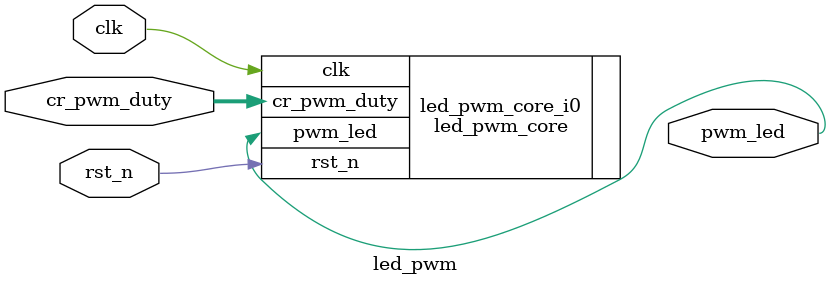
<source format=sv>

`default_nettype none

module led_pwm #(
    parameter int COUNTER_WIDTH_P = -1
  )(
    input  wire                        clk,
    input  wire                        rst_n,
    output logic                       pwm_led,
    input  wire  [COUNTER_WIDTH_P-1:0] cr_pwm_duty
  );

  led_pwm_core  #(
    .COUNTER_WIDTH_P ( COUNTER_WIDTH_P )
  ) led_pwm_core_i0  (
    .clk             ( clk             ),
    .rst_n           ( rst_n           ),
    .pwm_led         ( pwm_led         ),
    .cr_pwm_duty     ( cr_pwm_duty     )
  );

endmodule

`default_nettype wire
</source>
